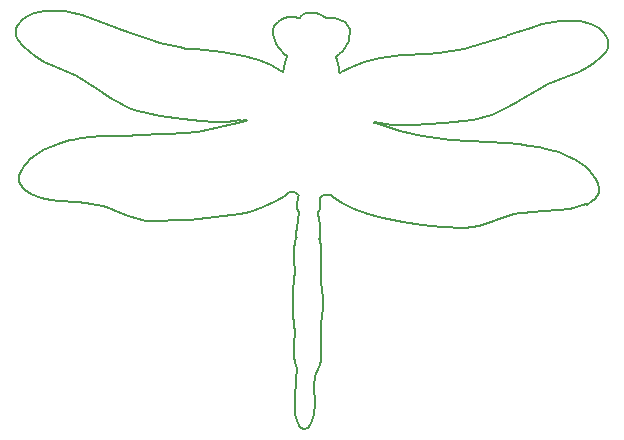
<source format=gko>
G04 Layer_Color=16711935*
%FSLAX25Y25*%
%MOIN*%
G70*
G01*
G75*
%ADD30C,0.00504*%
%ADD31C,0.00504*%
D30*
X-58691Y71207D02*
G03*
X-58691Y71206I5J12D01*
G01*
X5053Y63551D02*
X5173Y63977D01*
Y64841D01*
Y67163D01*
X5106Y68528D02*
X5173Y67163D01*
X5035Y69983D02*
X5106Y68528D01*
X4924Y70390D02*
X5035Y69983D01*
X4836Y70677D02*
X4924Y70390D01*
X4704Y71007D02*
X4836Y70677D01*
X4633Y71329D02*
X4704Y71007D01*
X4633Y71329D02*
Y72649D01*
X4933Y72979D01*
X5151Y73496D01*
X5242Y73917D01*
X5363Y75473D01*
X5262Y76549D02*
X5363Y75473D01*
X5134Y77249D02*
X5262Y76549D01*
X8747Y78231D02*
X9399Y77634D01*
X12475Y75661D01*
X16672Y73522D01*
X21062Y71824D01*
X26101Y70419D01*
X32887Y69055D01*
X39112Y68209D01*
X45740Y67596D01*
X53466Y67257D01*
X55806Y67361D01*
X58358Y67868D01*
X60203Y68412D01*
X62267Y69171D01*
X64978Y70167D01*
X67942Y71245D01*
X69888Y71730D01*
X72006Y72139D01*
X73307Y72280D01*
X75560Y72409D01*
X94076Y74986D02*
X96057Y76091D01*
X96998Y76891D01*
X97563Y77715D01*
X98097Y78834D01*
X98308Y79930D01*
Y80641D01*
X98020Y81699D02*
X98308Y80641D01*
X97503Y82767D02*
X98020Y81699D01*
X96784Y83996D02*
X97503Y82767D01*
X95933Y85207D02*
X96784Y83996D01*
X94893Y86437D02*
X95933Y85207D01*
X93883Y87362D02*
X94893Y86437D01*
X90687Y89751D02*
X93883Y87362D01*
X87531Y91295D02*
X90687Y89751D01*
X84915Y92351D02*
X87531Y91295D01*
X81903Y93274D02*
X84915Y92351D01*
X80716Y93560D02*
X81903Y93274D01*
X78187Y94043D02*
X80716Y93560D01*
X74759Y94613D02*
X78187Y94043D01*
X71423Y95033D02*
X74759Y94613D01*
X67435Y95371D02*
X71423Y95033D01*
X61128Y95678D02*
X67435Y95371D01*
X71309Y109409D02*
X72707Y110306D01*
X77160Y112993D01*
X81346Y115224D01*
X87277Y117538D01*
X91483Y119176D01*
X94570Y120844D01*
X96437Y122138D01*
X98841Y124147D01*
X100513Y125967D01*
X101103Y127271D01*
X101336Y128736D01*
X101195Y129967D02*
X101336Y128736D01*
X100670Y131137D02*
X101195Y129967D01*
X99448Y132661D02*
X100670Y131137D01*
X98085Y133761D02*
X99448Y132661D01*
X95550Y135124D02*
X98085Y133761D01*
X91844Y136105D02*
X95550Y135124D01*
X85243Y136105D02*
X91844D01*
X79346Y135004D02*
X85243Y136105D01*
X75547Y133984D02*
X79346Y135004D01*
X67801Y131535D02*
X75547Y133984D01*
X32485Y124706D02*
X40990Y125170D01*
X25091Y123768D02*
X32485Y124706D01*
X19799Y122567D02*
X25091Y123768D01*
X15895Y120953D02*
X19799Y122567D01*
X12061Y119014D02*
X15895Y120953D01*
X6071Y137958D02*
X6530Y137510D01*
X5640Y138265D02*
X6071Y137958D01*
X4853Y138658D02*
X5640Y138265D01*
X4038Y138869D02*
X4853Y138658D01*
X3386Y138869D02*
X4038D01*
X2711D02*
X3386D01*
X-3192Y6759D02*
X-3110Y10396D01*
X-2686Y16227D01*
X-2518Y20544D01*
X-2675Y64130D02*
X-2571Y63700D01*
X-2675Y64130D02*
X-2641Y64994D01*
X-2355Y74065D02*
X-2280Y73641D01*
X-2415Y75625D02*
X-2355Y74065D01*
X-2415Y75625D02*
X-2272Y76696D01*
X-2117Y77391D01*
X-5689Y78513D02*
X-5099Y79211D01*
X-6363Y77942D02*
X-5689Y78513D01*
X-9514Y76091D02*
X-6363Y77942D01*
X-13792Y74117D02*
X-9514Y76091D01*
X-18245Y72592D02*
X-13792Y74117D01*
X-21285Y71871D02*
X-18245Y72592D01*
X-62192Y72652D02*
X-59522Y71551D01*
X-65111Y73845D02*
X-62192Y72652D01*
X-67037Y74406D02*
X-65111Y73845D01*
X-69137Y74897D02*
X-67037Y74406D01*
X-71087Y75185D02*
X-69137Y74897D01*
X-72674Y75339D02*
X-71087Y75185D01*
X-75834Y75682D02*
X-72674Y75339D01*
X-81674Y76102D02*
X-75834Y75682D01*
X-84275Y76386D02*
X-81674Y76102D01*
X-87640Y77178D02*
X-84275Y76386D01*
X-91037Y78578D02*
X-87640Y77178D01*
X-93015Y79785D02*
X-91037Y78578D01*
X-93925Y80622D02*
X-93015Y79785D01*
X-94457Y81467D02*
X-93925Y80622D01*
X-94946Y82606D02*
X-94457Y81467D01*
X-95115Y83710D02*
X-94946Y82606D01*
X-95115Y83710D02*
X-95087Y84420D01*
X-94758Y85465D01*
X-94200Y86513D01*
X-93433Y87713D01*
X-92536Y88890D01*
X-91448Y90078D01*
X-90403Y90963D01*
X-87116Y93225D01*
X-83902Y94645D01*
X-81247Y95597D01*
X-78201Y96402D01*
X-77004Y96641D01*
X-74458Y97026D01*
X-71010Y97461D01*
X-67661Y97751D01*
X-63662Y97932D01*
X-60737Y97961D01*
X-23722Y102711D02*
X-21026Y103007D01*
X-25389Y102638D02*
X-23722Y102711D01*
X-29680Y102611D02*
X-25389Y102638D01*
X-34461Y102798D02*
X-29680Y102611D01*
X-40448Y103473D02*
X-34461Y102798D01*
X-48074Y104600D02*
X-40448Y103473D01*
X-52444Y105427D02*
X-48074Y104600D01*
X-55493Y106201D02*
X-52444Y105427D01*
X-57773Y106979D02*
X-55493Y106201D01*
X-59719Y107811D02*
X-57773Y106979D01*
X-62131Y109060D02*
X-59719Y107811D01*
X-64083Y110187D02*
X-62131Y109060D01*
X-66076Y111502D02*
X-64083Y110187D01*
X-66985Y112112D02*
X-66076Y111502D01*
X-67560Y112513D02*
X-66985Y112112D01*
X-86762Y122659D02*
X-82623Y120858D01*
X-89781Y124446D02*
X-86762Y122659D01*
X-91596Y125812D02*
X-89781Y124446D01*
X-93920Y127914D02*
X-91596Y125812D01*
X-95520Y129798D02*
X-93920Y127914D01*
X-96059Y131123D02*
X-95520Y129798D01*
X-96234Y132597D02*
X-96059Y131123D01*
X-96234Y132597D02*
X-96044Y133821D01*
X-95475Y134969D01*
X-94194Y136445D01*
X-92789Y137491D01*
X-90203Y138754D01*
X-86461Y139589D01*
X-79866Y139331D01*
X-74016Y138001D01*
X-70370Y136867D01*
X-39847Y126979D02*
X-36073Y126675D01*
X-27593Y125880D01*
X-20241Y124654D01*
X-15000Y123247D01*
X-11162Y121482D01*
X-7891Y119663D01*
X-8580Y127294D02*
X-6481Y124978D01*
X-9494Y128492D02*
X-8580Y127294D01*
X-10593Y131730D02*
X-9494Y128492D01*
X-10593Y131730D02*
X-10533Y133275D01*
X-10092Y134422D01*
X-8913Y135911D01*
X-7490Y136781D01*
X-5411Y137601D01*
X-3392Y137522D01*
X-1871Y137146D01*
X-1506Y137132D01*
X-1139Y137676D01*
X-682Y138090D01*
X-238Y138380D01*
X563Y138742D01*
X1386Y138921D01*
X2037Y138896D01*
X2711Y138869D01*
X1553Y744D02*
X1559Y754D01*
X1553Y743D02*
X1553Y744D01*
X1553Y743D02*
X1553Y743D01*
X1559Y753D01*
X1590Y809D01*
X1696Y1006D01*
X1980Y1565D01*
X2541Y2839D01*
X3196Y5059D01*
X3452Y8443D01*
X3392Y14393D02*
X3452Y8443D01*
X75560Y72409D02*
X79903Y72678D01*
X88454Y73373D01*
X93868Y75044D01*
X48773Y96505D02*
X61241Y95678D01*
X39353Y97700D02*
X48773Y96505D01*
X31948Y99520D02*
X39353Y97700D01*
X24771Y101725D02*
X31948Y99520D01*
X23598Y102136D02*
X24771Y101725D01*
X23328Y102250D02*
X23598Y102136D01*
X23263Y102287D02*
X23328Y102250D01*
X23236Y102311D02*
X23263Y102287D01*
X23230Y102321D02*
X23236Y102311D01*
X23230Y102321D02*
X23231Y102330D01*
X23247Y102341D01*
X23272Y102347D01*
X23367Y102350D01*
X25386Y102064D01*
X29252Y101616D01*
X36145Y101437D01*
X46542Y102089D01*
X56167Y103315D01*
X62682Y104981D01*
X67841Y107376D01*
X71695Y109656D01*
X53089Y126987D02*
X66410Y130990D01*
X44954Y125443D02*
X53089Y126987D01*
X11777Y118948D02*
X12062Y119013D01*
X11622Y119074D02*
X11777Y118948D01*
X11522Y119656D02*
X11622Y119074D01*
X11480Y120406D02*
X11522Y119656D01*
X10946Y123310D02*
X11480Y120406D01*
X10703Y124004D02*
X10946Y123310D01*
X10703Y124004D02*
X10720Y124323D01*
X11043Y124626D01*
X11565Y125040D01*
X12899Y126295D01*
X14898Y129365D01*
X15282Y133662D01*
X13395Y135874D02*
X15282Y133662D01*
X10214Y137121D02*
X13395Y135874D01*
X7502Y137059D02*
X10214Y137121D01*
X6530Y137449D02*
X7502Y137059D01*
X3Y248D02*
X1117Y406D01*
X1559Y754D01*
X-1533Y814D02*
X-1527Y804D01*
X-1527Y803D01*
X-1527Y803D02*
X-1527Y803D01*
X-1532Y814D02*
X-1527Y803D01*
X-1561Y871D02*
X-1532Y814D01*
X-1660Y1072D02*
X-1561Y871D01*
X-1921Y1641D02*
X-1660Y1072D01*
X-2433Y2936D02*
X-1921Y1641D01*
X-3000Y5180D02*
X-2433Y2936D01*
X-2569Y66555D02*
X-2179Y70480D01*
X-1867Y71708D01*
X-2235Y73611D02*
X-1867Y71708D01*
X-52704Y69570D02*
X-37991Y69675D01*
X-58686Y71219D02*
X-52704Y69570D01*
X-57461Y97998D02*
X-44970Y98337D01*
X-35510Y99163D02*
X-28040Y100692D01*
X-20783Y102615D01*
X-19594Y102980D01*
X-19320Y103084D01*
X-19253Y103118D01*
X-19226Y103140D01*
X-19220Y103150D01*
X-19220Y103159D02*
X-19220Y103150D01*
X-19236Y103171D02*
X-19220Y103159D01*
X-19260Y103178D02*
X-19236Y103171D01*
X-19355Y103185D02*
X-19260Y103178D01*
X-21384Y102978D02*
X-19355Y103185D01*
X-70297Y136728D02*
X-60649Y133279D01*
X-48092Y128964D01*
X-40023Y127103D01*
X-7408Y119393D02*
X-7125Y119317D01*
X-6966Y119437D01*
X-6843Y120015D01*
X-6772Y120763D01*
X-6125Y123644D01*
X-5855Y124327D01*
X-5860Y124647D02*
X-5855Y124327D01*
X-6171Y124962D02*
X-5860Y124647D01*
X-1105Y449D02*
X3Y248D01*
X-1533Y814D02*
X-1105Y449D01*
X-37991Y69675D02*
X-21418Y71953D01*
X-2641Y64994D02*
Y66483D01*
X-2569Y66555D01*
X-2280Y73641D02*
X-2235Y73611D01*
X-60737Y97961D02*
X-57498D01*
X-57461Y97998D01*
X93868Y75044D02*
X94076Y74986D01*
X61128Y95678D02*
X61241D01*
X66410Y130990D02*
X67256D01*
X67620Y131353D01*
X67801Y131535D01*
X6530Y137510D02*
X6530Y137449D01*
X-6481Y124978D02*
X-6171Y124962D01*
X-70370Y136867D02*
X-70297Y136728D01*
X-74894Y117089D02*
X-67361Y112373D01*
X-75493Y117513D02*
X-74894Y117089D01*
X-75939Y117762D02*
X-75493Y117513D01*
X-78072Y118853D02*
X-75939Y117762D01*
X-80553Y119895D02*
X-78072Y118853D01*
X-82736Y120907D02*
X-80553Y119895D01*
X40990Y125170D02*
X44954Y125443D01*
X-7891Y119663D02*
X-7408Y119393D01*
X-40023Y127103D02*
X-39847Y126979D01*
X-59522Y71551D02*
X-58686Y71219D01*
X-21418Y71953D02*
X-21285Y71871D01*
X-3192Y6759D02*
X-3000Y5180D01*
X-44970Y98337D02*
X-35510Y99163D01*
X-2833Y63385D02*
X-2739Y63765D01*
X-3019Y62881D02*
X-2833Y63385D01*
X-3185Y61914D02*
X-3019Y62881D01*
X-3343Y60910D02*
X-3185Y61914D01*
X-3399Y59467D02*
X-3343Y60910D01*
X-3399Y59467D02*
X-3368Y56082D01*
X-3210Y52737D01*
X-3325Y49791D02*
X-3210Y52737D01*
X-3655Y46586D02*
X-3325Y49791D01*
X-3826Y44530D02*
X-3655Y46586D01*
X-3826Y42445D02*
X-3826Y44530D01*
X5003Y63469D02*
X5096Y63090D01*
X5283Y62585D01*
X5449Y61618D01*
X5607Y60615D01*
X5663Y59172D01*
X5631Y55787D02*
X5663Y59172D01*
X5474Y52442D02*
X5631Y55787D01*
X5474Y52442D02*
X5589Y49496D01*
X5919Y46290D01*
X6089Y44235D01*
X6090Y42150D01*
X5007Y20981D02*
X5101Y21361D01*
X5288Y21865D01*
X5453Y22832D01*
X5611Y23836D01*
X5667Y25278D01*
X5635Y28664D02*
X5667Y25278D01*
X5478Y32009D02*
X5635Y28664D01*
X5478Y32009D02*
X5593Y34955D01*
X5923Y38160D01*
X6094Y40216D01*
X6094Y42301D01*
X-2833Y21505D02*
X-2739Y21125D01*
X-3019Y22009D02*
X-2833Y21505D01*
X-3185Y22976D02*
X-3019Y22009D01*
X-3343Y23980D02*
X-3185Y22976D01*
X-3399Y25423D02*
X-3343Y23980D01*
X-3399Y25423D02*
X-3368Y28808D01*
X-3210Y32153D01*
X-3325Y35099D02*
X-3210Y32153D01*
X-3655Y38304D02*
X-3325Y35099D01*
X-3826Y40360D02*
X-3655Y38304D01*
X-3826Y42445D02*
X-3826Y40360D01*
D31*
X-1886Y78234D02*
G03*
X-4244Y79211I-2358J-2358D01*
G01*
X7503Y78231D02*
G03*
X5134Y77249I0J-3350D01*
G01*
X3445Y17815D02*
X5007Y20981D01*
X3392Y14393D02*
X3445Y17815D01*
X-2739Y21125D02*
X-2518Y20544D01*
X-5099Y79211D02*
X-4244D01*
X7503Y78231D02*
X8747D01*
X-2117Y77391D02*
X-1886Y78234D01*
M02*

</source>
